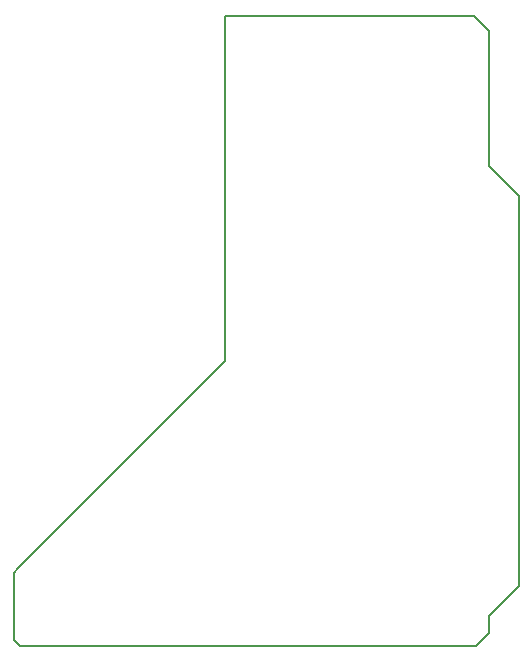
<source format=gm1>
G04 #@! TF.FileFunction,Profile,NP*
%FSLAX46Y46*%
G04 Gerber Fmt 4.6, Leading zero omitted, Abs format (unit mm)*
G04 Created by KiCad (PCBNEW 4.0.2-stable) date 2016/6/2 上午 01:45:21*
%MOMM*%
G01*
G04 APERTURE LIST*
%ADD10C,0.100000*%
%ADD11C,0.150000*%
G04 APERTURE END LIST*
D10*
D11*
X232791000Y-144653000D02*
X231648000Y-145796000D01*
X232791000Y-144526000D02*
X232791000Y-144653000D01*
X193040000Y-145796000D02*
X192532000Y-145288000D01*
X192532000Y-139573000D02*
X192532000Y-145288000D01*
X192913000Y-139192000D02*
X192532000Y-139573000D01*
X193167000Y-138938000D02*
X192913000Y-139192000D01*
X210439000Y-121666000D02*
X193167000Y-138938000D01*
X210439000Y-92456000D02*
X210439000Y-121666000D01*
X231521000Y-92456000D02*
X210439000Y-92456000D01*
X232791000Y-93726000D02*
X231521000Y-92456000D01*
X232791000Y-105156000D02*
X232791000Y-93726000D01*
X232918000Y-105283000D02*
X232791000Y-105156000D01*
X235331000Y-107696000D02*
X232918000Y-105283000D01*
X235331000Y-140716000D02*
X235331000Y-107696000D01*
X232791000Y-143256000D02*
X235331000Y-140716000D01*
X232791000Y-144526000D02*
X232791000Y-143256000D01*
X193040000Y-145796000D02*
X231648000Y-145796000D01*
M02*

</source>
